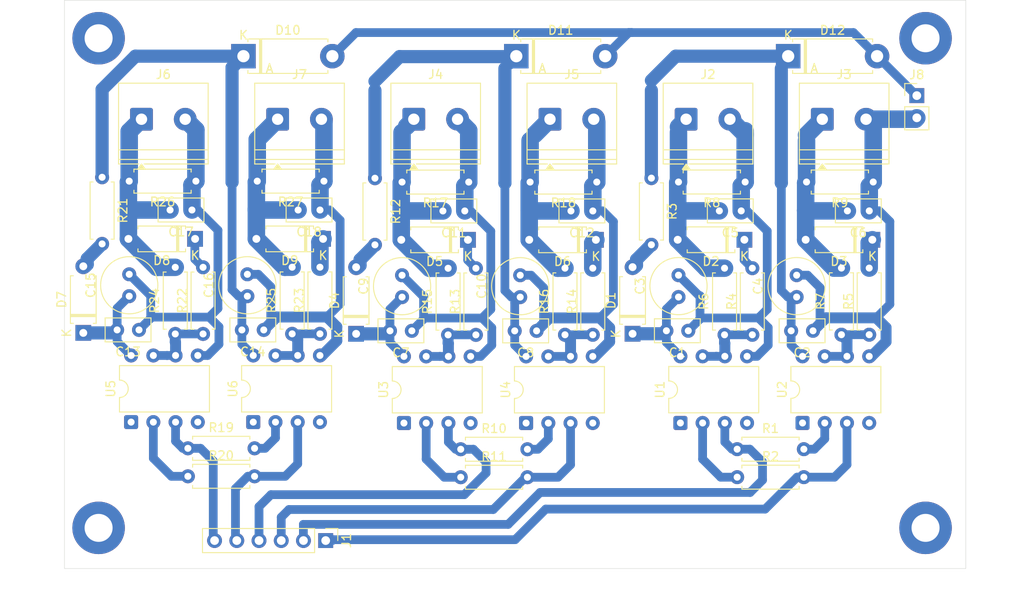
<source format=kicad_pcb>
(kicad_pcb (version 20241229) (generator "pcbnew") (generator_version "9.0")
  (layers (0 "F.Cu" signal) (2 "B.Cu" signal) (13 "F.Paste" user) (15 "B.Paste" user) (5 "F.SilkS" user "F.Silkscreen") (7 "B.SilkS" user "B.Silkscreen") (1 "F.Mask" user) (3 "B.Mask" user) (25 "Edge.Cuts" user))
  (net 0 "")
  (net 1 "Net-(D1-K)")
  (net 2 "Vdrive")
  (net 3 "Net-(D4-K)")
  (net 4 "Net-(D7-K)")
  (net 5 "Net-(D1-A)")
  (net 6 "Net-(D2-K)")
  (net 7 "Net-(D3-K)")
  (net 8 "Net-(D4-A)")
  (net 9 "Net-(D5-K)")
  (net 10 "Net-(D6-K)")
  (net 11 "Net-(D7-A)")
  (net 12 "Net-(D8-K)")
  (net 13 "Net-(D9-K)")
  (net 14 "Net-(U2-A)")
  (net 15 "Net-(U1-A)")
  (net 16 "Net-(R4-Pad1)")
  (net 17 "Net-(R5-Pad1)")
  (net 18 "Net-(U4-A)")
  (net 19 "Net-(U3-A)")
  (net 20 "Net-(R13-Pad1)")
  (net 21 "Net-(R14-Pad1)")
  (net 22 "Net-(U6-A)")
  (net 23 "Net-(U5-A)")
  (net 24 "Net-(R22-Pad1)")
  (net 25 "Net-(R23-Pad1)")
  (net 38 "GNDPWR")
  (net 39 "/Gate Driver Board/TLP250_SinglePhaseGateDriver/Ref_HO")
  (net 40 "/Gate Driver Board/TLP250_SinglePhaseGateDriver/V+")
  (net 41 "/Gate Driver Board/TLP250_SinglePhaseGateDriver/Gate_HO")
  (net 42 "/Gate Driver Board/TLP250_SinglePhaseGateDriver/Gate_LO")
  (net 43 "/Gate Driver Board/TLP250_SinglePhaseGateDriver1/Ref_HO")
  (net 44 "/Gate Driver Board/TLP250_SinglePhaseGateDriver1/V+")
  (net 45 "/Gate Driver Board/TLP250_SinglePhaseGateDriver1/Ref_LO")
  (net 46 "/Gate Driver Board/TLP250_SinglePhaseGateDriver1/Gate_HO")
  (net 47 "/Gate Driver Board/TLP250_SinglePhaseGateDriver1/Gate_LO")
  (net 48 "/Gate Driver Board/TLP250_SinglePhaseGateDriver2/Ref_HO")
  (net 49 "/Gate Driver Board/TLP250_SinglePhaseGateDriver2/Ref_LO")
  (net 50 "/Gate Driver Board/TLP250_SinglePhaseGateDriver2/V+")
  (net 51 "/Gate Driver Board/TLP250_SinglePhaseGateDriver2/Gate_HO")
  (net 52 "/Gate Driver Board/TLP250_SinglePhaseGateDriver2/Gate_LO")
  (net 53 "/Gate Driver Board/CH1H")
  (net 54 "/Gate Driver Board/CH3N")
  (net 55 "/Gate Driver Board/CH2N")
  (net 56 "/Gate Driver Board/CH3H")
  (net 57 "/Gate Driver Board/CH1N")
  (net 58 "/Gate Driver Board/CH2H")
  (footprint "Resistor_THT:R_Axial_DIN0207_L6.3mm_D2.5mm_P7.62mm_Horizontal" (layer "F.Cu") (at 141.614844 105.9264 90)
    (property "Reference" "R13")
    (property "Value" "5.6ohm")
  )
  (footprint "Diode_THT:D_A-405_P7.62mm_Horizontal" (layer "F.Cu") (at 109.527602 94.9482 180)
    (property "Reference" "D8")
    (property "Value" "UF4700H")
  )
  (footprint "PCM_SL_Mechanical:MountingHole_3.2mm_With_Spacer_H10mm" (layer "F.Cu") (at 193 128)
    (property "Reference" "H1" (hide yes))
    (property "Value" "M3_Hole_With_Spacer_H10mm")
  )
  (footprint "PCM_SL_Mechanical:MountingHole_3.2mm_With_Spacer_H10mm" (layer "F.Cu") (at 98.5 72)
    (property "Reference" "H3" (hide yes))
    (property "Value" "M3_Hole_With_Spacer_H10mm")
  )
  (footprint "Diode_THT:D_A-405_P7.62mm_Horizontal" (layer "F.Cu") (at 155.328601 95.0552 180)
    (property "Reference" "D6")
    (property "Value" "UF4700H")
  )
  (footprint "Resistor_THT:R_Axial_DIN0207_L6.3mm_D2.5mm_P7.62mm_Horizontal" (layer "F.Cu") (at 154.971401 105.9152 90)
    (property "Reference" "R14")
    (property "Value" "5.6ohm")
  )
  (footprint "TerminalBlock_Phoenix:TerminalBlock_Phoenix_PT-1,5-2-5.0-H_1x02_P5.00mm_Horizontal" (layer "F.Cu") (at 118.960161 81.2622)
    (property "Reference" "J7")
    (property "Value" "TBlock 5MM")
  )
  (footprint "Resistor_THT:R_Axial_DIN0207_L6.3mm_D2.5mm_P7.62mm_Horizontal" (layer "F.Cu") (at 109.617602 88.3442 180)
    (property "Reference" "R26")
    (property "Value" "10k")
  )
  (footprint "Capacitor_THT:C_Radial_D6.3mm_H11.0mm_P2.50mm" (layer "F.Cu") (at 102 101.5 90)
    (property "Reference" "C15")
    (property "Value" "47uF")
  )
  (footprint "TerminalBlock_Phoenix:TerminalBlock_Phoenix_PT-1,5-2-5.0-H_1x02_P5.00mm_Horizontal" (layer "F.Cu") (at 150.080481 81.2622)
    (property "Reference" "J5")
    (property "Value" "TBlock 5MM")
  )
  (footprint "Capacitor_THT:C_Disc_D5.0mm_W2.5mm_P2.50mm" (layer "F.Cu") (at 103.117602 105.3582 180)
    (property "Reference" "C13")
    (property "Value" "100nF")
  )
  (footprint "Resistor_THT:R_Axial_DIN0207_L6.3mm_D2.5mm_P7.62mm_Horizontal" (layer "F.Cu") (at 108.702802 118.9024)
    (property "Reference" "R19")
    (property "Value" "150ohm")
  )
  (footprint "Resistor_THT:R_Axial_DIN0207_L6.3mm_D2.5mm_P7.62mm_Horizontal" (layer "F.Cu") (at 151.796401 105.9152 90)
    (property "Reference" "R16")
    (property "Value" "10ohm")
  )
  (footprint "Resistor_THT:R_Axial_DIN0207_L6.3mm_D2.5mm_P7.62mm_Horizontal" (layer "F.Cu") (at 183.386401 105.907 90)
    (property "Reference" "R7")
    (property "Value" "10ohm")
  )
  (footprint "Resistor_THT:R_Axial_DIN0207_L6.3mm_D2.5mm_P7.62mm_Horizontal" (layer "F.Cu") (at 107.261244 105.8194 90)
    (property "Reference" "R24")
    (property "Value" "10ohm")
  )
  (footprint "Resistor_THT:R_Axial_DIN0207_L6.3mm_D2.5mm_P7.62mm_Horizontal" (layer "F.Cu") (at 124.250001 88.3442 180)
    (property "Reference" "R27")
    (property "Value" "10k")
  )
  (footprint "Resistor_THT:R_Axial_DIN0207_L6.3mm_D2.5mm_P7.62mm_Horizontal" (layer "F.Cu") (at 138.439844 105.9264 90)
    (property "Reference" "R15")
    (property "Value" "10ohm")
  )
  (footprint "Capacitor_THT:C_Disc_D5.0mm_W2.5mm_P2.50mm" (layer "F.Cu") (at 109.167602 91.6462 180)
    (property "Reference" "C17")
    (property "Value" "10nF")
  )
  (footprint "Capacitor_THT:C_Radial_D6.3mm_H11.0mm_P2.50mm" (layer "F.Cu") (at 178.2686 101.5988 90)
    (property "Reference" "C4")
    (property "Value" "47uF")
  )
  (footprint "Resistor_THT:R_Axial_DIN0207_L6.3mm_D2.5mm_P7.62mm_Horizontal" (layer "F.Cu") (at 161.669401 88 -90)
    (property "Reference" "R3")
    (property "Value" "10ohm")
  )
  (footprint "Diode_THT:D_A-405_P7.62mm_Horizontal" (layer "F.Cu") (at 172.296202 95.047 180)
    (property "Reference" "D2")
    (property "Value" "UF4700H")
  )
  (footprint "Diode_THT:D_A-405_P7.62mm_Horizontal" (layer "F.Cu") (at 186.918601 95.047 180)
    (property "Reference" "D3")
    (property "Value" "UF4700H")
  )
  (footprint "Package_DIP:DIP-8_W7.62mm" (layer "F.Cu") (at 133.393401 116.0102 90)
    (property "Reference" "U3")
    (property "Value" "TLP250")
  )
  (footprint "Diode_THT:D_A-405_P7.62mm_Horizontal" (layer "F.Cu") (at 127.9286 105.8082 90)
    (property "Reference" "D4")
    (property "Value" "UF4700H")
  )
  (footprint "Resistor_THT:R_Axial_DIN0207_L6.3mm_D2.5mm_P7.62mm_Horizontal" (layer "F.Cu") (at 139.881402 119.0094)
    (property "Reference" "R10")
    (property "Value" "150ohm")
  )
  (footprint "Capacitor_THT:C_Disc_D5.0mm_W2.5mm_P2.50mm" (layer "F.Cu") (at 140.346202 91.7532 180)
    (property "Reference" "C11")
    (property "Value" "10nF")
  )
  (footprint "Resistor_THT:R_Axial_DIN0207_L6.3mm_D2.5mm_P7.62mm_Horizontal" (layer "F.Cu") (at 120.617801 105.8082 90)
    (property "Reference" "R25")
    (property "Value" "10ohm")
  )
  (footprint "Resistor_THT:R_Axial_DIN0207_L6.3mm_D2.5mm_P7.62mm_Horizontal" (layer "F.Cu") (at 186.561401 105.907 90)
    (property "Reference" "R5")
    (property "Value" "5.6ohm")
  )
  (footprint "TerminalBlock_Phoenix:TerminalBlock_Phoenix_PT-1,5-2-5.0-H_1x02_P5.00mm_Horizontal" (layer "F.Cu") (at 165.640641 81.2622)
    (property "Reference" "J2")
    (property "Value" "TBlock 5MM")
  )
  (footprint "Resistor_THT:R_Axial_DIN0207_L6.3mm_D2.5mm_P7.62mm_Horizontal" (layer "F.Cu") (at 170.029844 105.9182 90)
    (property "Reference" "R6")
    (property "Value" "10ohm")
  )
  (footprint "Capacitor_THT:C_Radial_D6.3mm_H11.0mm_P2.50mm" (layer "F.Cu") (at 133.1786 101.607 90)
    (property "Reference" "C9")
    (property "Value" "47uF")
  )
  (footprint "Diode_THT:D_A-405_P7.62mm_Horizontal" (layer "F.Cu") (at 140.706202 95.0552 180)
    (property "Reference" "D5")
    (property "Value" "UF4700H")
  )
  (footprint "Capacitor_THT:C_Disc_D5.0mm_W2.5mm_P2.50mm" (layer "F.Cu") (at 165.886202 105.457 180)
    (property "Reference" "C1")
    (property "Value" "100nF")
  )
  (footprint "Capacitor_THT:C_Disc_D5.0mm_W2.5mm_P2.50mm" (layer "F.Cu") (at 134.296202 105.4652 180)
    (property "Reference" "C7")
    (property "Value" "100nF")
  )
  (footprint "Diode_THT:D_A-405_P7.62mm_Horizontal" (layer "F.Cu") (at 124.150001 94.9482 180)
    (property "Reference" "D9")
    (property "Value" "UF4700H")
  )
  (footprint "Resistor_THT:R_Axial_DIN0207_L6.3mm_D2.5mm_P7.62mm_Horizontal" (layer "F.Cu") (at 139.881402 122.2094)
    (property "Reference" "R11")
    (property "Value" "150ohm")
  )
  (footprint "Resistor_THT:R_Axial_DIN0207_L6.3mm_D2.5mm_P7.62mm_Horizontal" (layer "F.Cu") (at 172.386202 88.443 180)
    (property "Reference" "R8")
    (property "Value" "10k")
  )
  (footprint "Connector_PinHeader_2.54mm:PinHeader_1x02_P2.54mm_Vertical" (layer "F.Cu") (at 192.000801 78.5612)
    (property "Reference" "J8")
    (property "Value" "Conn_01x02_Pin")
  )
  (footprint "Diode_THT:D_5W_P10.16mm_Horizontal" (layer "F.Cu") (at 115.050801 74.0512)
    (property "Reference" "D10")
    (property "Value" "D")
  )
  (footprint "Resistor_THT:R_Axial_DIN0207_L6.3mm_D2.5mm_P7.62mm_Horizontal" (layer "F.Cu") (at 108.702802 122.1024)
    (property "Reference" "R20")
    (property "Value" "150ohm")
  )
  (footprint "Package_DIP:DIP-8_W7.62mm" (layer "F.Cu") (at 147.351401 116.0102 90)
    (property "Reference" "U4")
    (property "Value" "TLP250")
  )
  (footprint "Package_DIP:DIP-8_W7.62mm" (layer "F.Cu") (at 116.172801 115.9032 90)
    (property "Reference" "U6")
    (property "Value" "TLP250")
  )
  (footprint "Connector_PinHeader_2.54mm:PinHeader_1x06_P2.54mm_Vertical" (layer "F.Cu") (at 124.450801 129.4512 -90)
    (property "Reference" "J1")
    (property "Value" "Conn_01x06_Pin")
  )
  (footprint "TerminalBlock_Phoenix:TerminalBlock_Phoenix_PT-1,5-2-5.0-H_1x02_P5.00mm_Horizontal" (layer "F.Cu") (at 103.400001 81.2622)
    (property "Reference" "J6")
    (property "Value" "TBlock 5MM")
  )
  (footprint "Diode_THT:D_5W_P10.16mm_Horizontal" (layer "F.Cu") (at 146.230801 74.0512)
    (property "Reference" "D11")
    (property "Value" "D")
  )
  (footprint "Resistor_THT:R_Axial_DIN0207_L6.3mm_D2.5mm_P7.62mm_Horizontal" (layer "F.Cu") (at 140.796202 88.4512 180)
    (property "Reference" "R17")
    (property "Value" "10k")
  )
  (footprint "Package_DIP:DIP-8_W7.62mm" (layer "F.Cu") (at 164.983401 116.002 90)
    (property "Reference" "U1")
    (property "Value" "TLP250")
  )
  (footprint "Diode_THT:D_5W_P10.16mm_Horizontal" (layer "F.Cu") (at 177.300801 74.0512)
    (property "Reference" "D12")
    (property "Value" "D")
  )
  (footprint "Resistor_THT:R_Axial_DIN0207_L6.3mm_D2.5mm_P7.62mm_Horizontal" (layer "F.Cu") (at 187.018601 88.443 180)
    (property "Reference" "R9")
    (property "Value" "10k")
  )
  (footprint "Capacitor_THT:C_Radial_D6.3mm_H11.0mm_P2.50mm" (layer "F.Cu") (at 115.5 101.5 90)
    (property "Reference" "C16")
    (property "Value" "47uF")
  )
  (footprint "Capacitor_THT:C_Disc_D5.0mm_W2.5mm_P2.50mm" (layer "F.Cu") (at 180.140601 105.461 180)
    (property "Reference" "C2")
    (property "Value" "100nF")
  )
  (footprint "TerminalBlock_Phoenix:TerminalBlock_Phoenix_PT-1,5-2-5.0-H_1x02_P5.00mm_Horizontal" (layer "F.Cu") (at 134.520321 81.2622)
    (property "Reference" "J4")
    (property "Value" "TBlock 5MM")
  )
  (footprint "PCM_SL_Mechanical:MountingHole_3.2mm_With_Spacer_H10mm" (layer "F.Cu") (at 193 72)
    (property "Reference" "H2" (hide yes))
    (property "Value" "M3_Hole_With_Spacer_H10mm")
  )
  (footprint "Capacitor_THT:C_Disc_D5.0mm_W2.5mm_P2.50mm" (layer "F.Cu") (at 154.978601 91.7532 180)
    (property "Reference" "C12")
    (property "Value" "10nF")
  )
  (footprint "Resistor_THT:R_Axial_DIN0207_L6.3mm_D2.5mm_P7.62mm_Horizontal" (layer "F.Cu") (at 98.900801 87.9012 -90)
    (property "Reference" "R21")
    (property "Value" "10ohm")
  )
  (footprint "Capacitor_THT:C_Radial_D6.3mm_H11.0mm_P2.50mm" (layer "F.Cu") (at 146.6786 101.607 90)
    (property "Reference" "C10")
    (property "Value" "47uF")
  )
  (footprint "Capacitor_THT:C_Disc_D5.0mm_W2.5mm_P2.50mm" (layer "F.Cu") (at 148.550601 105.4692 180)
    (property "Reference" "C8")
    (property "Value" "100nF")
  )
  (footprint "PCM_SL_Mechanical:MountingHole_3.2mm_With_Spacer_H10mm" (layer "F.Cu") (at 98.5 128)
    (property "Reference" "H4" (hide yes))
    (property "Value" "M3_Hole_With_Spacer_H10mm")
  )
  (footprint "TerminalBlock_Phoenix:TerminalBlock_Phoenix_PT-1,5-2-5.0-H_1x02_P5.00mm_Horizontal" (layer "F.Cu") (at 181.200801 81.2622)
    (property "Reference" "J3")
    (property "Value" "TBlock 5MM")
  )
  (footprint "Resistor_THT:R_Axial_DIN0207_L6.3mm_D2.5mm_P7.62mm_Horizontal" (layer "F.Cu") (at 155.428601 88.4512 180)
    (property "Reference" "R18")
    (property "Value" "10k")
  )
  (footprint "Resistor_THT:R_Axial_DIN0207_L6.3mm_D2.5mm_P7.62mm_Horizontal" (layer "F.Cu") (at 173.204844 105.9182 90)
    (property "Reference" "R4")
    (property "Value" "5.6ohm")
  )
  (footprint "Resistor_THT:R_Axial_DIN0207_L6.3mm_D2.5mm_P7.62mm_Horizontal" (layer "F.Cu") (at 123.792801 105.8082 90)
    (property "Reference" "R23")
    (property "Value" "5.6ohm")
  )
  (footprint "Capacitor_THT:C_Radial_D6.3mm_H11.0mm_P2.50mm" (layer "F.Cu") (at 164.7686 101.5988 90)
    (property "Reference" "C3")
    (property "Value" "47uF")
  )
  (footprint "Diode_THT:D_A-405_P7.62mm_Horizontal" (layer "F.Cu") (at 96.75 105.7012 90)
    (property "Reference" "D7")
    (property "Value" "UF4700H")
  )
  (footprint "Resistor_THT:R_Axial_DIN0207_L6.3mm_D2.5mm_P7.62mm_Horizontal" (layer "F.Cu") (at 171.471402 122.2012)
    (property "Reference" "R2")
    (property "Value" "150ohm")
  )
  (footprint "Resistor_THT:R_Axial_DIN0207_L6.3mm_D2.5mm_P7.62mm_Horizontal" (layer "F.Cu") (at 130.079401 88.0082 -90)
    (property "Reference" "R12")
    (property "Value" "10ohm")
  )
  (footprint "Package_DIP:DIP-8_W7.62mm" (layer "F.Cu") (at 102.214801 115.9032 90)
    (property "Reference" "U5")
    (property "Value" "TLP250")
  )
  (footprint "Diode_THT:D_A-405_P7.62mm_Horizontal" (layer "F.Cu") (at 159.5186 105.8 90)
    (property "Reference" "D1")
    (property "Value" "UF4700H")
  )
  (footprint "Capacitor_THT:C_Disc_D5.0mm_W2.5mm_P2.50mm" (layer "F.Cu") (at 171.936202 91.745 180)
    (property "Reference" "C5")
    (property "Value" "10nF")
  )
  (footprint "Resistor_THT:R_Axial_DIN0207_L6.3mm_D2.5mm_P7.62mm_Horizontal" (layer "F.Cu") (at 171.471402 119.0012)
    (property "Reference" "R1")
    (property "Value" "150ohm")
  )
  (footprint "Capacitor_THT:C_Disc_D5.0mm_W2.5mm_P2.50mm" (layer "F.Cu") (at 186.568601 91.745 180)
    (property "Reference" "C6")
    (property "Value" "10nF")
  )
  (footprint "Resistor_THT:R_Axial_DIN0207_L6.3mm_D2.5mm_P7.62mm_Horizontal" (layer "F.Cu") (at 110.436244 105.8194 90)
    (property "Reference" "R22")
    (property "Value" "5.6ohm")
  )
  (footprint "Capacitor_THT:C_Disc_D5.0mm_W2.5mm_P2.50mm" (layer "F.Cu") (at 117.372001 105.3622 180)
    (property "Reference" "C14")
    (property "Value" "100nF")
  )
  (footprint "Capacitor_THT:C_Disc_D5.0mm_W2.5mm_P2.50mm" (layer "F.Cu") (at 123.800001 91.6462 180)
    (property "Reference" "C18")
    (property "Value" "10nF")
  )
  (footprint "Package_DIP:DIP-8_W7.62mm" (layer "F.Cu") (at 178.941401 116.002 90)
    (property "Reference" "U2")
    (property "Value" "TLP250")
  )
  (gr_rect (start 94.600801 67.6512) (end 197.600801 132.6512) (stroke (width 0.05)) (fill no) (layer "Edge.Cuts"))
  (segment (start 163.386202 105.457) (end 163.386202 106.784801) (width 1) (layer "B.Cu") (net 1))
  (segment (start 159.5186 105.8) (end 163.043202 105.8) (width 1.5) (layer "B.Cu") (net 1))
  (segment (start 163.386202 106.784801) (end 164.983401 108.382) (width 1) (layer "B.Cu") (net 1))
  (segment (start 163.043202 105.8) (end 163.386202 105.457) (width 1.5) (layer "B.Cu") (net 1))
  (segment (start 163.249202 105.32) (end 163.386202 105.457) (width 1) (layer "B.Cu") (net 1))
  (segment (start 163.386202 102.981198) (end 164.7686 101.5988) (width 1) (layer "B.Cu") (net 1))
  (segment (start 163.386202 105.457) (end 163.386202 102.981198) (width 1) (layer "B.Cu") (net 1))
  (segment (start 184.760801 71.3512) (end 159.400801 71.3512) (width 1) (layer "B.Cu") (net 2))
  (segment (start 187.460801 74.0512) (end 184.760801 71.3512) (width 1) (layer "B.Cu") (net 2))
  (segment (start 192.000801 78.5612) (end 191.970801 78.5612) (width 1) (layer "B.Cu") (net 2))
  (segment (start 127.910801 71.3512) (end 125.210801 74.0512) (width 1) (layer "B.Cu") (net 2))
  (segment (start 159.400801 71.3512) (end 127.910801 71.3512) (width 1) (layer "B.Cu") (net 2))
  (segment (start 191.970801 78.5612) (end 187.460801 74.0512) (width 1) (layer "B.Cu") (net 2))
  (segment (start 159.090801 71.3512) (end 159.400801 71.3512) (width 1) (layer "B.Cu") (net 2))
  (segment (start 156.390801 74.0512) (end 159.090801 71.3512) (width 1) (layer "B.Cu") (net 2))
  (segment (start 131.796202 105.4652) (end 131.796202 106.793001) (width 1) (layer "B.Cu") (net 3))
  (segment (start 127.9286 105.8082) (end 131.453202 105.8082) (width 1.5) (layer "B.Cu") (net 3))
  (segment (start 131.796202 106.793001) (end 133.393401 108.3902) (width 1) (layer "B.Cu") (net 3))
  (segment (start 131.453202 105.8082) (end 131.796202 105.4652) (width 1.5) (layer "B.Cu") (net 3))
  (segment (start 131.659202 105.3282) (end 131.796202 105.4652) (width 1) (layer "B.Cu") (net 3))
  (segment (start 131.796202 102.989398) (end 133.1786 101.607) (width 1) (layer "B.Cu") (net 3))
  (segment (start 131.796202 105.4652) (end 131.796202 102.989398) (width 1) (layer "B.Cu") (net 3))
  (segment (start 100.617602 105.3582) (end 100.617602 106.686001) (width 1) (layer "B.Cu") (net 4))
  (segment (start 96.75 105.7012) (end 100.274602 105.7012) (width 1.5) (layer "B.Cu") (net 4))
  (segment (start 100.617602 106.686001) (end 102.214801 108.2832) (width 1) (layer "B.Cu") (net 4))
  (segment (start 100.274602 105.7012) (end 100.617602 105.3582) (width 1.5) (layer "B.Cu") (net 4))
  (segment (start 100.480602 105.2212) (end 100.617602 105.3582) (width 1) (layer "B.Cu") (net 4))
  (segment (start 100.617602 102.882398) (end 102 101.5) (width 1) (layer "B.Cu") (net 4))
  (segment (start 100.617602 105.3582) (end 100.617602 102.882398) (width 1) (layer "B.Cu") (net 4))
  (segment (start 159.5186 98.18) (end 159.7686 98.18) (width 1.5) (layer "B.Cu") (net 5))
  (segment (start 159.7686 98.18) (end 159.969401 97.979199) (width 1.5) (layer "B.Cu") (net 5))
  (segment (start 159.969401 97.32) (end 161.669401 95.62) (width 1.5) (layer "B.Cu") (net 5))
  (segment (start 159.969401 97.979199) (end 159.969401 97.32) (width 1.5) (layer "B.Cu") (net 5))
  (segment (start 172.266202 97.359558) (end 172.266202 95.077) (width 1) (layer "B.Cu") (net 6))
  (segment (start 173.204844 98.2982) (end 172.266202 97.359558) (width 1) (layer "B.Cu") (net 6))
  (segment (start 172.266202 95.077) (end 172.296202 95.047) (width 1) (layer "B.Cu") (net 6))
  (segment (start 186.561401 98.287) (end 186.561401 95.4042) (width 2) (layer "B.Cu") (net 7))
  (segment (start 186.561401 95.4042) (end 186.918601 95.047) (width 2) (layer "B.Cu") (net 7))
  (segment (start 127.9286 98.1882) (end 128.1786 98.1882) (width 1.5) (layer "B.Cu") (net 8))
  (segment (start 128.1786 98.1882) (end 128.379401 97.987399) (width 1.5) (layer "B.Cu") (net 8))
  (segment (start 128.379401 97.3282) (end 130.079401 95.6282) (width 1.5) (layer "B.Cu") (net 8))
  (segment (start 128.379401 97.987399) (end 128.379401 97.3282) (width 1.5) (layer "B.Cu") (net 8))
  (segment (start 140.676202 97.367758) (end 140.676202 95.0852) (width 1) (layer "B.Cu") (net 9))
  (segment (start 141.614844 98.3064) (end 140.676202 97.367758) (width 1) (layer "B.Cu") (net 9))
  (segment (start 140.676202 95.0852) (end 140.706202 95.0552) (width 1) (layer "B.Cu") (net 9))
  (segment (start 154.971401 98.2952) (end 154.971401 95.4124) (width 2) (layer "B.Cu") (net 10))
  (segment (start 154.971401 95.4124) (end 155.328601 95.0552) (width 2) (layer "B.Cu") (net 10))
  (segment (start 96.75 98.0812) (end 97 98.0812) (width 1.5) (layer "B.Cu") (net 11))
  (segment (start 97 98.0812) (end 97.200801 97.880399) (width 1.5) (layer "B.Cu") (net 11))
  (segment (start 97.200801 97.2212) (end 98.900801 95.5212) (width 1.5) (layer "B.Cu") (net 11))
  (segment (start 97.200801 97.880399) (end 97.200801 97.2212) (width 1.5) (layer "B.Cu") (net 11))
  (segment (start 109.497602 97.260758) (end 109.497602 94.9782) (width 1) (layer "B.Cu") (net 12))
  (segment (start 110.436244 98.1994) (end 109.497602 97.260758) (width 1) (layer "B.Cu") (net 12))
  (segment (start 109.497602 94.9782) (end 109.527602 94.9482) (width 1) (layer "B.Cu") (net 12))
  (segment (start 123.792801 98.1882) (end 123.792801 95.3054) (width 2) (layer "B.Cu") (net 13))
  (segment (start 123.792801 95.3054) (end 124.150001 94.9482) (width 2) (layer "B.Cu") (net 13))
  (segment (start 180.291402 119.0012) (end 181.481401 117.811201) (width 1) (layer "B.Cu") (net 14))
  (segment (start 179.091402 119.0012) (end 180.291402 119.0012) (width 1) (layer "B.Cu") (net 14))
  (segment (start 181.481401 117.811201) (end 181.481401 116.002) (width 1) (layer "B.Cu") (net 14))
  (segment (start 167.523401 120.133199) (end 169.591402 122.2012) (width 1) (layer "B.Cu") (net 15))
  (segment (start 167.523401 116.002) (end 167.523401 120.133199) (width 1) (layer "B.Cu") (net 15))
  (segment (start 169.591402 122.2012) (end 171.471402 122.2012) (width 1) (layer "B.Cu") (net 15))
  (segment (start 170.029844 105.9182) (end 173.204844 105.9182) (width 1) (layer "B.Cu") (net 16))
  (segment (start 170.029844 106.856842) (end 170.029844 105.9182) (width 1.25) (layer "B.Cu") (net 16))
  (segment (start 169.091402 108.382) (end 170.063401 108.382) (width 1) (layer "B.Cu") (net 16))
  (segment (start 167.523401 108.382) (end 169.091402 108.382) (width 1) (layer "B.Cu") (net 16))
  (segment (start 170.063401 106.890399) (end 170.029844 106.856842) (width 1.25) (layer "B.Cu") (net 16))
  (segment (start 169.091202 108.3818) (end 169.091402 108.382) (width 1) (layer "B.Cu") (net 16))
  (segment (start 170.063401 108.382) (end 170.063401 106.890399) (width 1.25) (layer "B.Cu") (net 16))
  (segment (start 184.021401 106.542) (end 183.386401 105.907) (width 1.25) (layer "B.Cu") (net 17))
  (segment (start 186.561401 105.907) (end 183.386401 105.907) (width 1) (layer "B.Cu") (net 17))
  (segment (start 184.021401 108.382) (end 184.021401 106.542) (width 1.25) (layer "B.Cu") (net 17))
  (segment (start 184.021401 108.382) (end 181.481401 108.382) (width 1) (layer "B.Cu") (net 17))
  (segment (start 148.701402 119.0094) (end 149.891401 117.819401) (width 1) (layer "B.Cu") (net 18))
  (segment (start 147.501402 119.0094) (end 148.701402 119.0094) (width 1) (layer "B.Cu") (net 18))
  (segment (start 149.891401 117.819401) (end 149.891401 116.0102) (width 1) (layer "B.Cu") (net 18))
  (segment (start 135.933401 120.141399) (end 138.001402 122.2094) (width 1) (layer "B.Cu") (net 19))
  (segment (start 135.933401 116.0102) (end 135.933401 120.141399) (width 1) (layer "B.Cu") (net 19))
  (segment (start 138.001402 122.2094) (end 139.881402 122.2094) (width 1) (layer "B.Cu") (net 19))
  (segment (start 138.439844 105.9264) (end 141.614844 105.9264) (width 1) (layer "B.Cu") (net 20))
  (segment (start 138.439844 106.865042) (end 138.439844 105.9264) (width 1.25) (layer "B.Cu") (net 20))
  (segment (start 137.501402 108.3902) (end 138.473401 108.3902) (width 1) (layer "B.Cu") (net 20))
  (segment (start 135.933401 108.3902) (end 137.501402 108.3902) (width 1) (layer "B.Cu") (net 20))
  (segment (start 138.473401 106.898599) (end 138.439844 106.865042) (width 1.25) (layer "B.Cu") (net 20))
  (segment (start 137.501202 108.39) (end 137.501402 108.3902) (width 1) (layer "B.Cu") (net 20))
  (segment (start 138.473401 108.3902) (end 138.473401 106.898599) (width 1.25) (layer "B.Cu") (net 20))
  (segment (start 152.431401 106.5502) (end 151.796401 105.9152) (width 1.25) (layer "B.Cu") (net 21))
  (segment (start 154.971401 105.9152) (end 151.796401 105.9152) (width 1) (layer "B.Cu") (net 21))
  (segment (start 152.431401 108.3902) (end 152.431401 106.5502) (width 1.25) (layer "B.Cu") (net 21))
  (segment (start 152.431401 108.3902) (end 149.891401 108.3902) (width 1) (layer "B.Cu") (net 21))
  (segment (start 117.522802 118.9024) (end 118.712801 117.712401) (width 1) (layer "B.Cu") (net 22))
  (segment (start 116.322802 118.9024) (end 117.522802 118.9024) (width 1) (layer "B.Cu") (net 22))
  (segment (start 118.712801 117.712401) (end 118.712801 115.9032) (width 1) (layer "B.Cu") (net 22))
  (segment (start 104.754801 120.034399) (end 106.822802 122.1024) (width 1) (layer "B.Cu") (net 23))
  (segment (start 104.754801 115.9032) (end 104.754801 120.034399) (width 1) (layer "B.Cu") (net 23))
  (segment (start 106.822802 122.1024) (end 108.702802 122.1024) (width 1) (layer "B.Cu") (net 23))
  (segment (start 107.261244 105.8194) (end 110.436244 105.8194) (width 1) (layer "B.Cu") (net 24))
  (segment (start 107.261244 106.758042) (end 107.261244 105.8194) (width 1.25) (layer "B.Cu") (net 24))
  (segment (start 106.322802 108.2832) (end 107.294801 108.2832) (width 1) (layer "B.Cu") (net 24))
  (segment (start 104.754801 108.2832) (end 106.322802 108.2832) (width 1) (layer "B.Cu") (net 24))
  (segment (start 107.294801 106.791599) (end 107.261244 106.758042) (width 1.25) (layer "B.Cu") (net 24))
  (segment (start 106.322602 108.283) (end 106.322802 108.2832) (width 1) (layer "B.Cu") (net 24))
  (segment (start 107.294801 108.2832) (end 107.294801 106.791599) (width 1.25) (layer "B.Cu") (net 24))
  (segment (start 121.252801 106.4432) (end 120.617801 105.8082) (width 1.25) (layer "B.Cu") (net 25))
  (segment (start 123.792801 105.8082) (end 120.617801 105.8082) (width 1) (layer "B.Cu") (net 25))
  (segment (start 121.252801 108.2832) (end 121.252801 106.4432) (width 1.25) (layer "B.Cu") (net 25))
  (segment (start 121.252801 108.2832) (end 118.712801 108.2832) (width 1) (layer "B.Cu") (net 25))
  (segment (start 180.140601 105.461) (end 180.9406 104.661001) (width 1) (layer "B.Cu") (net 38))
  (segment (start 186.568601 91.745) (end 186.568601 88.893) (width 2) (layer "B.Cu") (net 38))
  (segment (start 188.487401 106.704776) (end 188.487401 105.097199) (width 1.25) (layer "B.Cu") (net 38))
  (segment (start 181.620601 103.981) (end 180.140601 105.461) (width 1.25) (layer "B.Cu") (net 38))
  (segment (start 180.9406 104.661001) (end 180.9406 100.5208) (width 1) (layer "B.Cu") (net 38))
  (segment (start 187.371202 103.981) (end 188.919601 102.432601) (width 1) (layer "B.Cu") (net 38))
  (segment (start 186.200801 81.2622) (end 191.839801 81.2622) (width 2) (layer "B.Cu") (net 38))
  (segment (start 187.371202 103.981) (end 181.620601 103.981) (width 1.25) (layer "B.Cu") (net 38))
  (segment (start 187.018601 82.08) (end 186.200801 81.2622) (width 2) (layer "B.Cu") (net 38))
  (segment (start 191.839801 81.2622) (end 192.000801 81.1012) (width 2) (layer "B.Cu") (net 38))
  (segment (start 188.487401 105.097199) (end 187.371202 103.981) (width 1.25) (layer "B.Cu") (net 38))
  (segment (start 188.919601 102.432601) (end 188.919601 92.96463) (width 1) (layer "B.Cu") (net 38))
  (segment (start 187.018601 88.443) (end 187.018601 81.65084) (width 2) (layer "B.Cu") (net 38))
  (segment (start 186.810177 108.382) (end 188.487401 106.704776) (width 1.25) (layer "B.Cu") (net 38))
  (segment (start 186.561401 108.382) (end 186.810177 108.382) (width 1.25) (layer "B.Cu") (net 38))
  (segment (start 187.699971 91.745) (end 186.568601 91.745) (width 1) (layer "B.Cu") (net 38))
  (segment (start 180.9406 100.5208) (end 179.5186 99.0988) (width 1) (layer "B.Cu") (net 38))
  (segment (start 186.568601 88.893) (end 187.018601 88.443) (width 2) (layer "B.Cu") (net 38))
  (segment (start 188.919601 92.96463) (end 187.699971 91.745) (width 1) (layer "B.Cu") (net 38))
  (segment (start 179.5186 99.0988) (end 178.2686 99.0988) (width 1) (layer "B.Cu") (net 38))
  (segment (start 173.912 103.9922) (end 167.351002 103.9922) (width 1) (layer "B.Cu") (net 39))
  (segment (start 167.226002 104.1172) (end 167.226002 101.446401) (width 1) (layer "B.Cu") (net 39))
  (segment (start 172.386202 83.007761) (end 170.640641 81.2622) (width 2) (layer "B.Cu") (net 39))
  (segment (start 167.226002 101.446401) (end 167.116201 101.446401) (width 1) (layer "B.Cu") (net 39))
  (segment (start 171.936202 91.745) (end 172.596202 91.745) (width 1) (layer "B.Cu") (net 39))
  (segment (start 174.905844 102.998356) (end 173.912 103.9922) (width 1) (layer "B.Cu") (net 39))
  (segment (start 172.603401 108.382) (end 173.7354 108.382) (width 1) (layer "B.Cu") (net 39))
  (segment (start 174.905844 94.054642) (end 174.905844 102.998356) (width 1) (layer "B.Cu") (net 39))
  (segment (start 173.7354 108.382) (end 175.0186 107.0988) (width 1) (layer "B.Cu") (net 39))
  (segment (start 175.0186 107.0988) (end 175.0186 105.0988) (width 1) (layer "B.Cu") (net 39))
  (segment (start 167.226002 104.1172) (end 165.886202 105.457) (width 1) (layer "B.Cu") (net 39))
  (segment (start 172.386202 88.443) (end 172.386202 82.578601) (width 2) (layer "B.Cu") (net 39))
  (segment (start 167.116201 101.446401) (end 164.7686 99.0988) (width 1) (layer "B.Cu") (net 39))
  (segment (start 171.936202 88.893) (end 172.386202 88.443) (width 2) (layer "B.Cu") (net 39))
  (segment (start 172.596202 91.745) (end 174.905844 94.054642) (width 1) (layer "B.Cu") (net 39))
  (segment (start 167.351002 103.9922) (end 167.226002 104.1172) (width 1) (layer "B.Cu") (net 39))
  (segment (start 171.936202 91.745) (end 171.936202 88.893) (width 2) (layer "B.Cu") (net 39))
  (segment (start 175.0186 105.0988) (end 173.912 103.9922) (width 1) (layer "B.Cu") (net 39))
  (segment (start 176.519401 88.55) (end 176.519401 100.849601) (width 1) (layer "B.Cu") (net 40))
  (segment (start 176.519401 88.55) (end 176.5186 88.550801) (width 1.5) (layer "B.Cu") (net 40))
  (segment (start 177.640601 105.461) (end 177.640601 107.0812) (width 1) (layer "B.Cu") (net 40))
  (segment (start 177.2686 101.5988) (end 178.2686 101.5988) (width 1) (layer "B.Cu") (net 40))
  (segment (start 176.519401 75.45) (end 176.519401 88.55) (width 1.5) (layer "B.Cu") (net 40))
  (segment (start 164.4488 74.0512) (end 177.300801 74.0512) (width 1.5) (layer "B.Cu") (net 40))
  (segment (start 177.640601 105.461) (end 177.640601 102.226799) (width 1) (layer "B.Cu") (net 40))
  (segment (start 161.669401 76.830599) (end 164.4488 74.0512) (width 1.5) (layer "B.Cu") (net 40))
  (segment (start 177.541401 105.3618) (end 177.640601 105.461) (width 1) (layer "B.Cu") (net 40))
  (segment (start 177.640601 102.226799) (end 178.2686 101.5988) (width 1) (layer "B.Cu") (net 40))
  (segment (start 161.669401 77.95) (end 161.669401 88) (width 1.5) (layer "B.Cu") (net 40))
  (segment (start 176.519401 100.849601) (end 177.2686 101.5988) (width 1) (layer "B.Cu") (net 40))
  (segment (start 177.640601 107.0812) (end 178.941401 108.382) (width 1) (layer "B.Cu") (net 40))
  (segment (start 164.676202 91.7012) (end 164.676202 88.533) (width 2) (layer "B.Cu") (net 41))
  (segment (start 167.927402 98.2982) (end 164.676202 95.047) (width 2) (layer "B.Cu") (net 41))
  (segment (start 169.436202 91.745) (end 164.720002 91.745) (width 2) (layer "B.Cu") (net 41))
  (segment (start 164.720002 91.745) (end 164.676202 91.7012) (width 2) (layer "B.Cu") (net 41))
  (segment (start 164.676202 95.047) (end 164.676202 91.7012) (width 2) (layer "B.Cu") (net 41))
  (segment (start 164.676202 88.533) (end 164.766202 88.443) (width 2) (layer "B.Cu") (net 41))
  (segment (start 164.766202 95.167) (end 164.676202 95.257) (width 1) (layer "B.Cu") (net 41))
  (segment (start 164.766202 88.443) (end 164.766202 82.763399) (width 2) (layer "B.Cu") (net 41))
  (segment (start 164.766202 82.136639) (end 165.640641 81.2622) (width 2) (layer "B.Cu") (net 41))
  (segment (start 170.029844 98.2982) (end 167.927402 98.2982) (width 2) (layer "B.Cu") (net 41))
  (segment (start 164.766202 94.957) (end 164.676202 95.047) (width 1) (layer "B.Cu") (net 41))
  (segment (start 182.538601 98.287) (end 179.298601 95.047) (width 2) (layer "B.Cu") (net 42))
  (segment (start 179.342401 91.745) (end 179.298601 91.7012) (width 2) (layer "B.Cu") (net 42))
  (segment (start 179.298601 91.7012) (end 179.298601 88.543) (width 2) (layer "B.Cu") (net 42))
  (segment (start 179.298601 88.543) (end 179.398601 88.443) (width 2) (layer "B.Cu") (net 42))
  (segment (start 184.068601 91.745) (end 179.342401 91.745) (width 2) (layer "B.Cu") (net 42))
  (segment (start 179.398601 94.947) (end 179.298601 95.047) (width 1) (layer "B.Cu") (net 42))
  (segment (start 179.398601 88.443) (end 179.398601 83.69116) (width 2) (layer "B.Cu") (net 42))
  (segment (start 179.298601 95.047) (end 179.298601 91.7012) (width 2) (layer "B.Cu") (net 42))
  (segment (start 179.398601 83.0644) (end 181.200801 81.2622) (width 2) (layer "B.Cu") (net 42))
  (segment (start 183.386401 98.287) (end 182.538601 98.287) (width 2) (layer "B.Cu") (net 42))
  (segment (start 142.322 104.0004) (end 135.761002 104.0004) (width 1) (layer "B.Cu") (net 43))
  (segment (start 135.636002 104.1254) (end 135.636002 101.454601) (width 1) (layer "B.Cu") (net 43))
  (segment (start 135.636002 101.454601) (end 135.526201 101.454601) (width 1) (layer "B.Cu") (net 43))
  (segment (start 140.346202 91.7532) (end 141.006202 91.7532) (width 1) (layer "B.Cu") (net 43))
  (segment (start 143.315844 103.006556) (end 142.322 104.0004) (width 1) (layer "B.Cu") (net 43))
  (segment (start 141.013401 108.3902) (end 142.1454 108.3902) (width 1) (layer "B.Cu") (net 43))
  (segment (start 143.315844 94.062842) (end 143.315844 103.006556) (width 1) (layer "B.Cu") (net 43))
  (segment (start 142.1454 108.3902) (end 143.4286 107.107) (width 1) (layer "B.Cu") (net 43))
  (segment (start 143.4286 107.107) (end 143.4286 105.107) (width 1) (layer "B.Cu") (net 43))
  (segment (start 135.636002 104.1254) (end 134.296202 105.4652) (width 1) (layer "B.Cu") (net 43))
  (segment (start 140.796202 88.4512) (end 140.796202 82.586801) (width 2) (layer "B.Cu") (net 43))
  (segment (start 135.526201 101.454601) (end 133.1786 99.107) (width 1) (layer "B.Cu") (net 43))
  (segment (start 140.346202 88.9012) (end 140.796202 88.4512) (width 2) (layer "B.Cu") (net 43))
  (segment (start 141.006202 91.7532) (end 143.315844 94.062842) (width 1) (layer "B.Cu") (net 43))
  (segment (start 135.761002 104.0004) (end 135.636002 104.1254) (width 1) (layer "B.Cu") (net 43))
  (segment (start 140.346202 91.7532) (end 140.346202 88.9012) (width 2) (layer "B.Cu") (net 43))
  (segment (start 143.4286 105.107) (end 142.322 104.0004) (width 1) (layer "B.Cu") (net 43))
  (segment (start 140.796202 82.538081) (end 139.520321 81.2622) (width 2) (layer "B.Cu") (net 43))
  (segment (start 144.929401 88.5582) (end 144.929401 100.857801) (width 1) (layer "B.Cu") (net 44))
  (segment (start 144.929401 88.5582) (end 144.9286 88.559001) (width 1.5) (layer "B.Cu") (net 44))
  (segment (start 146.050601 105.4692) (end 146.050601 107.0894) (width 1) (layer "B.Cu") (net 44))
  (segment (start 145.6786 101.607) (end 146.6786 101.607) (width 1) (layer "B.Cu") (net 44))
  (segment (start 130.079401 76.920599) (end 132.8988 74.1012) (width 1.5) (layer "B.Cu") (net 44))
  (segment (start 144.929401 75.4582) (end 144.929401 88.5582) (width 1.5) (layer "B.Cu") (net 44))
  (segment (start 146.050601 105.4692) (end 146.050601 102.234999) (width 1) (layer "B.Cu") (net 44))
  (segment (start 145.454 74.828001) (end 146.230801 74.0512) (width 1.5) (layer "B.Cu") (net 44))
  (segment (start 145.951401 105.37) (end 146.050601 105.4692) (width 1) (layer "B.Cu") (net 44))
  (segment (start 146.180801 74.1012) (end 146.230801 74.0512) (width 1.5) (layer "B.Cu") (net 44))
  (segment (start 146.050601 102.234999) (end 146.6786 101.607) (width 1) (layer "B.Cu") (net 44))
  (segment (start 130.079401 77.9582) (end 130.079401 88.0082) (width 1.5) (layer "B.Cu") (net 44))
  (segment (start 144.929401 100.857801) (end 145.6786 101.607) (width 1) (layer "B.Cu") (net 44))
  (segment (start 132.8988 74.1012) (end 146.180801 74.1012) (width 1.5) (layer "B.Cu") (net 44))
  (segment (start 146.050601 107.0894) (end 147.351401 108.3902) (width 1) (layer "B.Cu") (net 44))
  (segment (start 157.329601 102.440801) (end 157.329601 92.97283) (width 1) (layer "B.Cu") (net 45))
  (segment (start 157.329601 92.97283) (end 156.109971 91.7532) (width 1) (layer "B.Cu") (net 45))
  (segment (start 148.550601 105.4692) (end 149.3506 104.669201) (width 1) (layer "B.Cu") (net 45))
  (segment (start 154.978601 91.7532) (end 154.978601 88.9012) (width 2) (layer "B.Cu") (net 45))
  (segment (start 156.897401 106.712976) (end 156.897401 105.105399) (width 1.25) (layer "B.Cu") (net 45))
  (segment (start 150.030601 103.9892) (end 148.550601 105.4692) (width 1.25) (layer "B.Cu") (net 45))
  (segment (start 149.3506 104.669201) (end 149.3506 100.529) (width 1) (layer "B.Cu") (net 45))
  (segment (start 156.109971 91.7532) (end 154.978601 91.7532) (width 1) (layer "B.Cu") (net 45))
  (segment (start 155.781202 103.9892) (end 150.030601 103.9892) (width 1.25) (layer "B.Cu") (net 45))
  (segment (start 156.897401 105.105399) (end 155.781202 103.9892) (width 1.25) (layer "B.Cu") (net 45))
  (segment (start 155.428601 88.4512) (end 155.428601 81.65904) (width 2) (layer "B.Cu") (net 45))
  (segment (start 155.220177 108.3902) (end 156.897401 106.712976) (width 1.25) (layer "B.Cu") (net 45))
  (segment (start 155.781202 103.9892) (end 157.329601 102.440801) (width 1) (layer "B.Cu") (net 45))
  (segment (start 154.971401 108.3902) (end 155.220177 108.3902) (width 1.25) (layer "B.Cu") (net 45))
  (segment (start 149.3506 100.529) (end 147.9286 99.107) (width 1) (layer "B.Cu") (net 45))
  (segment (start 154.978601 88.9012) (end 155.428601 88.4512) (width 2) (layer "B.Cu") (net 45))
  (segment (start 147.9286 99.107) (end 146.6786 99.107) (width 1) (layer "B.Cu") (net 45))
  (segment (start 155.428601 81.61032) (end 155.080481 81.2622) (width 2) (layer "B.Cu") (net 45))
  (segment (start 133.086202 91.7094) (end 133.086202 88.5412) (width 2) (layer "B.Cu") (net 46))
  (segment (start 136.337402 98.3064) (end 133.086202 95.0552) (width 2) (layer "B.Cu") (net 46))
  (segment (start 133.700801 82.08172) (end 134.520321 81.2622) (width 2) (layer "B.Cu") (net 46))
  (segment (start 137.846202 91.7532) (end 133.130002 91.7532) (width 2) (layer "B.Cu") (net 46))
  (segment (start 133.130002 91.7532) (end 133.086202 91.7094) (width 2) (layer "B.Cu") (net 46))
  (segment (start 133.086202 95.0552) (end 133.086202 91.7094) (width 2) (layer "B.Cu") (net 46))
  (segment (start 133.086202 88.5412) (end 133.176202 88.4512) (width 2) (layer "B.Cu") (net 46))
  (segment (start 133.176202 95.1752) (end 133.086202 95.2652) (width 1) (layer "B.Cu") (net 46))
  (segment (start 133.176202 88.4512) (end 133.176202 82.771599) (width 2) (layer "B.Cu") (net 46))
  (segment (start 138.439844 98.3064) (end 136.337402 98.3064) (width 2) (layer "B.Cu") (net 46))
  (segment (start 133.176202 94.9652) (end 133.086202 95.0552) (width 1) (layer "B.Cu") (net 46))
  (segment (start 150.948601 98.2952) (end 147.708601 95.0552) (width 2) (layer "B.Cu") (net 47))
  (segment (start 147.752401 91.7532) (end 147.708601 91.7094) (width 2) (layer "B.Cu") (net 47))
  (segment (start 147.708601 91.7094) (end 147.708601 88.5512) (width 2) (layer "B.Cu") (net 47))
  (segment (start 148.3332 83.009481) (end 150.080481 81.2622) (width 2) (layer "B.Cu") (net 47))
  (segment (start 147.708601 88.5512) (end 147.808601 88.4512) (width 2) (layer "B.Cu") (net 47))
  (segment (start 152.478601 91.7532) (end 147.752401 91.7532) (width 2) (layer "B.Cu") (net 47))
  (segment (start 147.808601 94.9552) (end 147.708601 95.0552) (width 1) (layer "B.Cu") (net 47))
  (segment (start 147.808601 88.4512) (end 147.808601 83.69936) (width 2) (layer "B.Cu") (net 47))
  (segment (start 147.708601 95.0552) (end 147.708601 91.7094) (width 2) (layer "B.Cu") (net 47))
  (segment (start 151.796401 98.2952) (end 150.948601 98.2952) (width 2) (layer "B.Cu") (net 47))
  (segment (start 111.1434 103.8934) (end 104.582402 103.8934) (width 1) (layer "B.Cu") (net 48))
  (segment (start 104.457402 104.0184) (end 104.457402 101.347601) (width 1) (layer "B.Cu") (net 48))
  (segment (start 109.617602 82.479801) (end 108.400001 81.2622) (width 2) (layer "B.Cu") (net 48))
  (segment (start 104.457402 101.347601) (end 104.347601 101.347601) (width 1) (layer "B.Cu") (net 48))
  (segment (start 109.167602 91.6462) (end 109.827602 91.6462) (width 1) (layer "B.Cu") (net 48))
  (segment (start 112.137244 102.899556) (end 111.1434 103.8934) (width 1) (layer "B.Cu") (net 48))
  (segment (start 109.834801 108.2832) (end 110.9668 108.2832) (width 1) (layer "B.Cu") (net 48))
  (segment (start 112.137244 93.955842) (end 112.137244 102.899556) (width 1) (layer "B.Cu") (net 48))
  (segment (start 110.9668 108.2832) (end 112.25 107) (width 1) (layer "B.Cu") (net 48))
  (segment (start 112.25 107) (end 112.25 105) (width 1) (layer "B.Cu") (net 48))
  (segment (start 104.457402 104.0184) (end 103.117602 105.3582) (width 1) (layer "B.Cu") (net 48))
  (segment (start 109.617602 88.3442) (end 109.617602 82.479801) (width 2) (layer "B.Cu") (net 48))
  (segment (start 104.347601 101.347601) (end 102 99) (width 1) (layer "B.Cu") (net 48))
  (segment (start 109.167602 88.7942) (end 109.617602 88.3442) (width 2) (layer "B.Cu") (net 48))
  (segment (start 109.827602 91.6462) (end 112.137244 93.955842) (width 1) (layer "B.Cu") (net 48))
  (segment (start 104.582402 103.8934) (end 104.457402 104.0184) (width 1) (layer "B.Cu") (net 48))
  (segment (start 109.167602 91.6462) (end 109.167602 88.7942) (width 2) (layer "B.Cu") (net 48))
  (segment (start 112.25 105) (end 111.1434 103.8934) (width 1) (layer "B.Cu") (net 48))
  (segment (start 117.372001 105.3622) (end 118.172 104.562201) (width 1) (layer "B.Cu") (net 49))
  (segment (start 123.800001 91.6462) (end 123.800001 88.7942) (width 2) (layer "B.Cu") (net 49))
  (segment (start 125.718801 106.605976) (end 125.718801 104.998399) (width 1.25) (layer "B.Cu") (net 49))
  (segment (start 118.852001 103.8822) (end 117.372001 105.3622) (width 1.25) (layer "B.Cu") (net 49))
  (segment (start 126.1 102.384802) (end 126.1 92.814829) (width 1) (layer "B.Cu") (net 49))
  (segment (start 118.172 104.562201) (end 118.172 100.422) (width 1) (layer "B.Cu") (net 49))
  (segment (start 124.250001 81.55204) (end 123.960161 81.2622) (width 2) (layer "B.Cu") (net 49))
  (segment (start 124.602602 103.8822) (end 118.852001 103.8822) (width 1.25) (layer "B.Cu") (net 49))
  (segment (start 124.931371 91.6462) (end 123.800001 91.6462) (width 1) (layer "B.Cu") (net 49))
  (segment (start 125.718801 104.998399) (end 124.602602 103.8822) (width 1.25) (layer "B.Cu") (net 49))
  (segment (start 124.250001 88.3442) (end 124.250001 81.55204) (width 2) (layer "B.Cu") (net 49))
  (segment (start 124.041577 108.2832) (end 125.718801 106.605976) (width 1.25) (layer "B.Cu") (net 49))
  (segment (start 123.792801 108.2832) (end 124.041577 108.2832) (width 1.25) (layer "B.Cu") (net 49))
  (segment (start 118.172 100.422) (end 116.75 99) (width 1) (layer "B.Cu") (net 49))
  (segment (start 124.602602 103.8822) (end 126.1 102.384802) (width 1) (layer "B.Cu") (net 49))
  (segment (start 126.1 92.814829) (end 124.931371 91.6462) (width 1) (layer "B.Cu") (net 49))
  (segment (start 123.800001 88.7942) (end 124.250001 88.3442) (width 2) (layer "B.Cu") (net 49))
  (segment (start 116.75 99) (end 115.5 99) (width 1) (layer "B.Cu") (net 49))
  (segment (start 113.750801 88.4512) (end 113.750801 100.750801) (width 1) (layer "B.Cu") (net 50))
  (segment (start 102.700801 74.0512) (end 98.900801 77.8512) (width 1.5) (layer "B.Cu") (net 50))
  (segment (start 113.750801 88.4512) (end 113.75 88.452001) (width 1.5) (layer "B.Cu") (net 50))
  (segment (start 114.872001 105.3622) (end 114.872001 106.9824) (width 1) (layer "B.Cu") (net 50))
  (segment (start 114.5 101.5) (end 115.5 101.5) (width 1) (layer "B.Cu") (net 50))
  (segment (start 113.750801 75.3512) (end 113.750801 88.4512) (width 1.5) (layer "B.Cu") (net 50))
  (segment (start 114.872001 105.3622) (end 114.872001 102.127999) (width 1) (layer "B.Cu") (net 50))
  (segment (start 115.050801 74.0512) (end 113.750801 75.3512) (width 1.5) (layer "B.Cu") (net 50))
  (segment (start 115.050801 74.0512) (end 102.700801 74.0512) (width 1.5) (layer "B.Cu") (net 50))
  (segment (start 114.772801 105.263) (end 114.872001 105.3622) (width 1) (layer "B.Cu") (net 50))
  (segment (start 114.872001 102.127999) (end 115.5 101.5) (width 1) (layer "B.Cu") (net 50))
  (segment (start 98.900801 77.8512) (end 98.900801 87.9012) (width 1.5) (layer "B.Cu") (net 50))
  (segment (start 113.750801 100.750801) (end 114.5 101.5) (width 1) (layer "B.Cu") (net 50))
  (segment (start 114.872001 106.9824) (end 116.172801 108.2832) (width 1) (layer "B.Cu") (net 50))
  (segment (start 101.907602 91.6024) (end 101.907602 88.4342) (width 2) (layer "B.Cu") (net 51))
  (segment (start 105.158802 98.1994) (end 101.907602 94.9482) (width 2) (layer "B.Cu") (net 51))
  (segment (start 106.667602 91.6462) (end 101.951402 91.6462) (width 2) (layer "B.Cu") (net 51))
  (segment (start 101.951402 91.6462) (end 101.907602 91.6024) (width 2) (layer "B.Cu") (net 51))
  (segment (start 101.997602 82.664599) (end 103.400001 81.2622) (width 2) (layer "B.Cu") (net 51))
  (segment (start 101.907602 94.9482) (end 101.907602 91.6024) (width 2) (layer "B.Cu") (net 51))
  (segment (start 101.907602 88.4342) (end 101.997602 88.3442) (width 2) (layer "B.Cu") (net 51))
  (segment (start 101.997602 95.0682) (end 101.907602 95.1582) (width 1) (layer "B.Cu") (net 51))
  (segment (start 101.997602 88.3442) (end 101.997602 82.664599) (width 2) (layer "B.Cu") (net 51))
  (segment (start 107.261244 98.1994) (end 105.158802 98.1994) (width 2) (layer "B.Cu") (net 51))
  (segment (start 101.997602 94.8582) (end 101.907602 94.9482) (width 1) (layer "B.Cu") (net 51))
  (segment (start 119.770001 98.1882) (end 116.530001 94.9482) (width 2) (layer "B.Cu") (net 52))
  (segment (start 116.573801 91.6462) (end 116.530001 91.6024) (width 2) (layer "B.Cu") (net 52))
  (segment (start 116.530001 91.6024) (end 116.530001 88.4442) (width 2) (layer "B.Cu") (net 52))
  (segment (start 116.530001 88.4442) (end 116.630001 88.3442) (width 2) (layer "B.Cu") (net 52))
  (segment (start 121.300001 91.6462) (end 116.573801 91.6462) (width 2) (layer "B.Cu") (net 52))
  (segment (start 116.630001 94.8482) (end 116.530001 94.9482) (width 1) (layer "B.Cu") (net 52))
  (segment (start 116.630001 83.59236) (end 118.960161 81.2622) (width 2) (layer "B.Cu") (net 52))
  (segment (start 116.630001 88.3442) (end 116.630001 83.59236) (width 2) (layer "B.Cu") (net 52))
  (segment (start 116.530001 94.9482) (end 116.530001 91.6024) (width 2) (layer "B.Cu") (net 52))
  (segment (start 120.617801 98.1882) (end 119.770001 98.1882) (width 2) (layer "B.Cu") (net 52))
  (segment (start 149.600801 125.8512) (end 174.668201 125.8512) (width 1) (layer "B.Cu") (net 53))
  (segment (start 184.021401 120.771201) (end 184.021401 116.002) (width 1) (layer "B.Cu") (net 53))
  (segment (start 125.200801 129.4512) (end 125.300801 129.3512) (width 1) (layer "B.Cu") (net 53))
  (segment (start 182.591402 122.2012) (end 184.021401 120.771201) (width 1) (layer "B.Cu") (net 53))
  (segment (start 179.091402 122.2012) (end 182.591402 122.2012) (width 1) (layer "B.Cu") (net 53))
  (segment (start 146.100801 129.3512) (end 149.600801 125.8512) (width 1) (layer "B.Cu") (net 53))
  (segment (start 174.668201 125.8512) (end 178.318201 122.2012) (width 1) (layer "B.Cu") (net 53))
  (segment (start 178.318201 122.2012) (end 179.091402 122.2012) (width 1) (layer "B.Cu") (net 53))
  (segment (start 124.450801 129.4512) (end 125.200801 129.4512) (width 1) (layer "B.Cu") (net 53))
  (segment (start 125.300801 129.3512) (end 146.100801 129.3512) (width 1) (layer "B.Cu") (net 53))
  (segment (start 111.600801 129.3012) (end 111.750801 129.4512) (width 1) (layer "B.Cu") (net 54))
  (segment (start 108.702802 118.9024) (end 108.122802 118.9024) (width 1) (layer "B.Cu") (net 54))
  (segment (start 108.702802 118.9024) (end 110.152001 118.9024) (width 1) (layer "B.Cu") (net 54))
  (segment (start 107.294801 118.074399) (end 107.294801 115.9032) (width 1) (layer "B.Cu") (net 54))
  (segment (start 110.152001 118.9024) (end 111.600801 120.3512) (width 1) (layer "B.Cu") (net 54))
  (segment (start 111.600801 120.3512) (end 111.600801 129.3012) (width 1) (layer "B.Cu") (net 54))
  (segment (start 108.122802 118.9024) (end 107.294801 118.074399) (width 1) (layer "B.Cu") (net 54))
  (segment (start 116.830801 125.5712) (end 118.200801 124.2012) (width 1) (layer "B.Cu") (net 55))
  (segment (start 116.830801 129.4512) (end 116.830801 125.5712) (width 1) (layer "B.Cu") (net 55))
  (segment (start 142.779401 121.716979) (end 140.29518 124.2012) (width 1) (layer "B.Cu") (net 55))
  (segment (start 139.881402 119.0094) (end 139.301402 119.0094) (width 1) (layer "B.Cu") (net 55))
  (segment (start 139.881402 119.0094) (end 141.330601 119.0094) (width 1) (layer "B.Cu") (net 55))
  (segment (start 142.779401 120.4582) (end 142.779401 121.716979) (width 1) (layer "B.Cu") (net 55))
  (segment (start 138.473401 118.181399) (end 138.473401 116.0102) (width 1) (layer "B.Cu") (net 55))
  (segment (start 140.29518 124.2012) (end 118.200801 124.2012) (width 1) (layer "B.Cu") (net 55))
  (segment (start 141.330601 119.0094) (end 142.779401 120.4582) (width 1) (layer "B.Cu") (net 55))
  (segment (start 139.301402 119.0094) (end 138.473401 118.181399) (width 1) (layer "B.Cu") (net 55))
  (segment (start 116.322802 122.1024) (end 115.549601 122.1024) (width 1) (layer "B.Cu") (net 56))
  (segment (start 121.252801 120.672401) (end 121.252801 115.9032) (width 1) (layer "B.Cu") (net 56))
  (segment (start 115.549601 122.1024) (end 114.140801 123.5112) (width 1) (layer "B.Cu") (net 56))
  (segment (start 114.140801 123.5112) (end 114.140801 129.3012) (width 1) (layer "B.Cu") (net 56))
  (segment (start 119.822802 122.1024) (end 121.252801 120.672401) (width 1) (layer "B.Cu") (net 56))
  (segment (start 116.322802 122.1024) (end 119.822802 122.1024) (width 1) (layer "B.Cu") (net 56))
  (segment (start 114.140801 129.3012) (end 114.290801 129.4512) (width 1) (layer "B.Cu") (net 56))
  (segment (start 121.900801 129.4412) (end 121.900801 127.6022) (width 1) (layer "B.Cu") (net 57))
  (segment (start 121.910801 129.4512) (end 121.900801 129.4412) (width 1) (layer "B.Cu") (net 57))
  (segment (start 174.369401 120.45) (end 172.920601 119.0012) (width 1) (layer "B.Cu") (net 57))
  (segment (start 172.920601 119.0012) (end 171.471402 119.0012) (width 1) (layer "B.Cu") (net 57))
  (segment (start 121.900801 127.6022) (end 145.299801 127.6022) (width 1) (layer "B.Cu") (net 57))
  (segment (start 145.299801 127.6022) (end 148.950801 123.9512) (width 1) (layer "B.Cu") (net 57))
  (segment (start 171.471402 119.0012) (end 170.891402 119.0012) (width 1) (layer "B.Cu") (net 57))
  (segment (start 174.369401 122.530599) (end 174.369401 120.45) (width 1) (layer "B.Cu") (net 57))
  (segment (start 170.063401 118.173199) (end 170.063401 116.002) (width 1) (layer "B.Cu") (net 57))
  (segment (start 172.9488 123.9512) (end 174.369401 122.530599) (width 1) (layer "B.Cu") (net 57))
  (segment (start 148.950801 123.9512) (end 172.9488 123.9512) (width 1) (layer "B.Cu") (net 57))
  (segment (start 170.891402 119.0012) (end 170.063401 118.173199) (width 1) (layer "B.Cu") (net 57))
  (segment (start 119.370801 126.7812) (end 120.250801 125.9012) (width 1) (layer "B.Cu") (net 58))
  (segment (start 152.431401 120.779401) (end 152.431401 116.0102) (width 1) (layer "B.Cu") (net 58))
  (segment (start 120.250801 125.9012) (end 143.5988 125.9012) (width 1) (layer "B.Cu") (net 58))
  (segment (start 119.370801 129.4512) (end 119.370801 126.7812) (width 1) (layer "B.Cu") (net 58))
  (segment (start 151.001402 122.2094) (end 152.431401 120.779401) (width 1) (layer "B.Cu") (net 58))
  (segment (start 147.501402 122.2094) (end 151.001402 122.2094) (width 1) (layer "B.Cu") (net 58))
  (segment (start 147.2906 122.2094) (end 147.501402 122.2094) (width 1) (layer "B.Cu") (net 58))
  (segment (start 143.5988 125.9012) (end 147.2906 122.2094) (width 1) (layer "B.Cu") (net 58))
)
</source>
